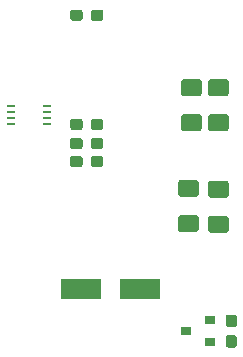
<source format=gtp>
G04 #@! TF.GenerationSoftware,KiCad,Pcbnew,5.1.5+dfsg1-2build2*
G04 #@! TF.CreationDate,2022-07-11T00:56:17+09:00*
G04 #@! TF.ProjectId,m5-pantilt,6d352d70-616e-4746-996c-742e6b696361,1*
G04 #@! TF.SameCoordinates,PX5f5e100PY5f5e100*
G04 #@! TF.FileFunction,Paste,Top*
G04 #@! TF.FilePolarity,Positive*
%FSLAX46Y46*%
G04 Gerber Fmt 4.6, Leading zero omitted, Abs format (unit mm)*
G04 Created by KiCad (PCBNEW 5.1.5+dfsg1-2build2) date 2022-07-11 00:56:17*
%MOMM*%
%LPD*%
G04 APERTURE LIST*
%ADD10R,0.800100X0.254000*%
%ADD11C,0.152000*%
%ADD12R,3.500000X1.800000*%
%ADD13R,0.900000X0.800000*%
G04 APERTURE END LIST*
D10*
X20059750Y24021801D03*
X20059750Y23521800D03*
X20059750Y23021800D03*
X20059750Y22521799D03*
X16948250Y22521799D03*
X16948250Y23021800D03*
X16948250Y23521800D03*
X16948250Y24021801D03*
D11*
G36*
X24591779Y32223856D02*
G01*
X24614834Y32220437D01*
X24637443Y32214773D01*
X24659387Y32206921D01*
X24680457Y32196956D01*
X24700448Y32184974D01*
X24719168Y32171090D01*
X24736438Y32155438D01*
X24752090Y32138168D01*
X24765974Y32119448D01*
X24777956Y32099457D01*
X24787921Y32078387D01*
X24795773Y32056443D01*
X24801437Y32033834D01*
X24804856Y32010779D01*
X24806000Y31987500D01*
X24806000Y31512500D01*
X24804856Y31489221D01*
X24801437Y31466166D01*
X24795773Y31443557D01*
X24787921Y31421613D01*
X24777956Y31400543D01*
X24765974Y31380552D01*
X24752090Y31361832D01*
X24736438Y31344562D01*
X24719168Y31328910D01*
X24700448Y31315026D01*
X24680457Y31303044D01*
X24659387Y31293079D01*
X24637443Y31285227D01*
X24614834Y31279563D01*
X24591779Y31276144D01*
X24568500Y31275000D01*
X23993500Y31275000D01*
X23970221Y31276144D01*
X23947166Y31279563D01*
X23924557Y31285227D01*
X23902613Y31293079D01*
X23881543Y31303044D01*
X23861552Y31315026D01*
X23842832Y31328910D01*
X23825562Y31344562D01*
X23809910Y31361832D01*
X23796026Y31380552D01*
X23784044Y31400543D01*
X23774079Y31421613D01*
X23766227Y31443557D01*
X23760563Y31466166D01*
X23757144Y31489221D01*
X23756000Y31512500D01*
X23756000Y31987500D01*
X23757144Y32010779D01*
X23760563Y32033834D01*
X23766227Y32056443D01*
X23774079Y32078387D01*
X23784044Y32099457D01*
X23796026Y32119448D01*
X23809910Y32138168D01*
X23825562Y32155438D01*
X23842832Y32171090D01*
X23861552Y32184974D01*
X23881543Y32196956D01*
X23902613Y32206921D01*
X23924557Y32214773D01*
X23947166Y32220437D01*
X23970221Y32223856D01*
X23993500Y32225000D01*
X24568500Y32225000D01*
X24591779Y32223856D01*
G37*
G36*
X22841779Y32223856D02*
G01*
X22864834Y32220437D01*
X22887443Y32214773D01*
X22909387Y32206921D01*
X22930457Y32196956D01*
X22950448Y32184974D01*
X22969168Y32171090D01*
X22986438Y32155438D01*
X23002090Y32138168D01*
X23015974Y32119448D01*
X23027956Y32099457D01*
X23037921Y32078387D01*
X23045773Y32056443D01*
X23051437Y32033834D01*
X23054856Y32010779D01*
X23056000Y31987500D01*
X23056000Y31512500D01*
X23054856Y31489221D01*
X23051437Y31466166D01*
X23045773Y31443557D01*
X23037921Y31421613D01*
X23027956Y31400543D01*
X23015974Y31380552D01*
X23002090Y31361832D01*
X22986438Y31344562D01*
X22969168Y31328910D01*
X22950448Y31315026D01*
X22930457Y31303044D01*
X22909387Y31293079D01*
X22887443Y31285227D01*
X22864834Y31279563D01*
X22841779Y31276144D01*
X22818500Y31275000D01*
X22243500Y31275000D01*
X22220221Y31276144D01*
X22197166Y31279563D01*
X22174557Y31285227D01*
X22152613Y31293079D01*
X22131543Y31303044D01*
X22111552Y31315026D01*
X22092832Y31328910D01*
X22075562Y31344562D01*
X22059910Y31361832D01*
X22046026Y31380552D01*
X22034044Y31400543D01*
X22024079Y31421613D01*
X22016227Y31443557D01*
X22010563Y31466166D01*
X22007144Y31489221D01*
X22006000Y31512500D01*
X22006000Y31987500D01*
X22007144Y32010779D01*
X22010563Y32033834D01*
X22016227Y32056443D01*
X22024079Y32078387D01*
X22034044Y32099457D01*
X22046026Y32119448D01*
X22059910Y32138168D01*
X22075562Y32155438D01*
X22092832Y32171090D01*
X22111552Y32184974D01*
X22131543Y32196956D01*
X22152613Y32206921D01*
X22174557Y32214773D01*
X22197166Y32220437D01*
X22220221Y32223856D01*
X22243500Y32225000D01*
X22818500Y32225000D01*
X22841779Y32223856D01*
G37*
G36*
X24591779Y22978256D02*
G01*
X24614834Y22974837D01*
X24637443Y22969173D01*
X24659387Y22961321D01*
X24680457Y22951356D01*
X24700448Y22939374D01*
X24719168Y22925490D01*
X24736438Y22909838D01*
X24752090Y22892568D01*
X24765974Y22873848D01*
X24777956Y22853857D01*
X24787921Y22832787D01*
X24795773Y22810843D01*
X24801437Y22788234D01*
X24804856Y22765179D01*
X24806000Y22741900D01*
X24806000Y22266900D01*
X24804856Y22243621D01*
X24801437Y22220566D01*
X24795773Y22197957D01*
X24787921Y22176013D01*
X24777956Y22154943D01*
X24765974Y22134952D01*
X24752090Y22116232D01*
X24736438Y22098962D01*
X24719168Y22083310D01*
X24700448Y22069426D01*
X24680457Y22057444D01*
X24659387Y22047479D01*
X24637443Y22039627D01*
X24614834Y22033963D01*
X24591779Y22030544D01*
X24568500Y22029400D01*
X23993500Y22029400D01*
X23970221Y22030544D01*
X23947166Y22033963D01*
X23924557Y22039627D01*
X23902613Y22047479D01*
X23881543Y22057444D01*
X23861552Y22069426D01*
X23842832Y22083310D01*
X23825562Y22098962D01*
X23809910Y22116232D01*
X23796026Y22134952D01*
X23784044Y22154943D01*
X23774079Y22176013D01*
X23766227Y22197957D01*
X23760563Y22220566D01*
X23757144Y22243621D01*
X23756000Y22266900D01*
X23756000Y22741900D01*
X23757144Y22765179D01*
X23760563Y22788234D01*
X23766227Y22810843D01*
X23774079Y22832787D01*
X23784044Y22853857D01*
X23796026Y22873848D01*
X23809910Y22892568D01*
X23825562Y22909838D01*
X23842832Y22925490D01*
X23861552Y22939374D01*
X23881543Y22951356D01*
X23902613Y22961321D01*
X23924557Y22969173D01*
X23947166Y22974837D01*
X23970221Y22978256D01*
X23993500Y22979400D01*
X24568500Y22979400D01*
X24591779Y22978256D01*
G37*
G36*
X22841779Y22978256D02*
G01*
X22864834Y22974837D01*
X22887443Y22969173D01*
X22909387Y22961321D01*
X22930457Y22951356D01*
X22950448Y22939374D01*
X22969168Y22925490D01*
X22986438Y22909838D01*
X23002090Y22892568D01*
X23015974Y22873848D01*
X23027956Y22853857D01*
X23037921Y22832787D01*
X23045773Y22810843D01*
X23051437Y22788234D01*
X23054856Y22765179D01*
X23056000Y22741900D01*
X23056000Y22266900D01*
X23054856Y22243621D01*
X23051437Y22220566D01*
X23045773Y22197957D01*
X23037921Y22176013D01*
X23027956Y22154943D01*
X23015974Y22134952D01*
X23002090Y22116232D01*
X22986438Y22098962D01*
X22969168Y22083310D01*
X22950448Y22069426D01*
X22930457Y22057444D01*
X22909387Y22047479D01*
X22887443Y22039627D01*
X22864834Y22033963D01*
X22841779Y22030544D01*
X22818500Y22029400D01*
X22243500Y22029400D01*
X22220221Y22030544D01*
X22197166Y22033963D01*
X22174557Y22039627D01*
X22152613Y22047479D01*
X22131543Y22057444D01*
X22111552Y22069426D01*
X22092832Y22083310D01*
X22075562Y22098962D01*
X22059910Y22116232D01*
X22046026Y22134952D01*
X22034044Y22154943D01*
X22024079Y22176013D01*
X22016227Y22197957D01*
X22010563Y22220566D01*
X22007144Y22243621D01*
X22006000Y22266900D01*
X22006000Y22741900D01*
X22007144Y22765179D01*
X22010563Y22788234D01*
X22016227Y22810843D01*
X22024079Y22832787D01*
X22034044Y22853857D01*
X22046026Y22873848D01*
X22059910Y22892568D01*
X22075562Y22909838D01*
X22092832Y22925490D01*
X22111552Y22939374D01*
X22131543Y22951356D01*
X22152613Y22961321D01*
X22174557Y22969173D01*
X22197166Y22974837D01*
X22220221Y22978256D01*
X22243500Y22979400D01*
X22818500Y22979400D01*
X22841779Y22978256D01*
G37*
G36*
X24579179Y21352656D02*
G01*
X24602234Y21349237D01*
X24624843Y21343573D01*
X24646787Y21335721D01*
X24667857Y21325756D01*
X24687848Y21313774D01*
X24706568Y21299890D01*
X24723838Y21284238D01*
X24739490Y21266968D01*
X24753374Y21248248D01*
X24765356Y21228257D01*
X24775321Y21207187D01*
X24783173Y21185243D01*
X24788837Y21162634D01*
X24792256Y21139579D01*
X24793400Y21116300D01*
X24793400Y20641300D01*
X24792256Y20618021D01*
X24788837Y20594966D01*
X24783173Y20572357D01*
X24775321Y20550413D01*
X24765356Y20529343D01*
X24753374Y20509352D01*
X24739490Y20490632D01*
X24723838Y20473362D01*
X24706568Y20457710D01*
X24687848Y20443826D01*
X24667857Y20431844D01*
X24646787Y20421879D01*
X24624843Y20414027D01*
X24602234Y20408363D01*
X24579179Y20404944D01*
X24555900Y20403800D01*
X23980900Y20403800D01*
X23957621Y20404944D01*
X23934566Y20408363D01*
X23911957Y20414027D01*
X23890013Y20421879D01*
X23868943Y20431844D01*
X23848952Y20443826D01*
X23830232Y20457710D01*
X23812962Y20473362D01*
X23797310Y20490632D01*
X23783426Y20509352D01*
X23771444Y20529343D01*
X23761479Y20550413D01*
X23753627Y20572357D01*
X23747963Y20594966D01*
X23744544Y20618021D01*
X23743400Y20641300D01*
X23743400Y21116300D01*
X23744544Y21139579D01*
X23747963Y21162634D01*
X23753627Y21185243D01*
X23761479Y21207187D01*
X23771444Y21228257D01*
X23783426Y21248248D01*
X23797310Y21266968D01*
X23812962Y21284238D01*
X23830232Y21299890D01*
X23848952Y21313774D01*
X23868943Y21325756D01*
X23890013Y21335721D01*
X23911957Y21343573D01*
X23934566Y21349237D01*
X23957621Y21352656D01*
X23980900Y21353800D01*
X24555900Y21353800D01*
X24579179Y21352656D01*
G37*
G36*
X22829179Y21352656D02*
G01*
X22852234Y21349237D01*
X22874843Y21343573D01*
X22896787Y21335721D01*
X22917857Y21325756D01*
X22937848Y21313774D01*
X22956568Y21299890D01*
X22973838Y21284238D01*
X22989490Y21266968D01*
X23003374Y21248248D01*
X23015356Y21228257D01*
X23025321Y21207187D01*
X23033173Y21185243D01*
X23038837Y21162634D01*
X23042256Y21139579D01*
X23043400Y21116300D01*
X23043400Y20641300D01*
X23042256Y20618021D01*
X23038837Y20594966D01*
X23033173Y20572357D01*
X23025321Y20550413D01*
X23015356Y20529343D01*
X23003374Y20509352D01*
X22989490Y20490632D01*
X22973838Y20473362D01*
X22956568Y20457710D01*
X22937848Y20443826D01*
X22917857Y20431844D01*
X22896787Y20421879D01*
X22874843Y20414027D01*
X22852234Y20408363D01*
X22829179Y20404944D01*
X22805900Y20403800D01*
X22230900Y20403800D01*
X22207621Y20404944D01*
X22184566Y20408363D01*
X22161957Y20414027D01*
X22140013Y20421879D01*
X22118943Y20431844D01*
X22098952Y20443826D01*
X22080232Y20457710D01*
X22062962Y20473362D01*
X22047310Y20490632D01*
X22033426Y20509352D01*
X22021444Y20529343D01*
X22011479Y20550413D01*
X22003627Y20572357D01*
X21997963Y20594966D01*
X21994544Y20618021D01*
X21993400Y20641300D01*
X21993400Y21116300D01*
X21994544Y21139579D01*
X21997963Y21162634D01*
X22003627Y21185243D01*
X22011479Y21207187D01*
X22021444Y21228257D01*
X22033426Y21248248D01*
X22047310Y21266968D01*
X22062962Y21284238D01*
X22080232Y21299890D01*
X22098952Y21313774D01*
X22118943Y21325756D01*
X22140013Y21335721D01*
X22161957Y21343573D01*
X22184566Y21349237D01*
X22207621Y21352656D01*
X22230900Y21353800D01*
X22805900Y21353800D01*
X22829179Y21352656D01*
G37*
G36*
X22829179Y19828656D02*
G01*
X22852234Y19825237D01*
X22874843Y19819573D01*
X22896787Y19811721D01*
X22917857Y19801756D01*
X22937848Y19789774D01*
X22956568Y19775890D01*
X22973838Y19760238D01*
X22989490Y19742968D01*
X23003374Y19724248D01*
X23015356Y19704257D01*
X23025321Y19683187D01*
X23033173Y19661243D01*
X23038837Y19638634D01*
X23042256Y19615579D01*
X23043400Y19592300D01*
X23043400Y19117300D01*
X23042256Y19094021D01*
X23038837Y19070966D01*
X23033173Y19048357D01*
X23025321Y19026413D01*
X23015356Y19005343D01*
X23003374Y18985352D01*
X22989490Y18966632D01*
X22973838Y18949362D01*
X22956568Y18933710D01*
X22937848Y18919826D01*
X22917857Y18907844D01*
X22896787Y18897879D01*
X22874843Y18890027D01*
X22852234Y18884363D01*
X22829179Y18880944D01*
X22805900Y18879800D01*
X22230900Y18879800D01*
X22207621Y18880944D01*
X22184566Y18884363D01*
X22161957Y18890027D01*
X22140013Y18897879D01*
X22118943Y18907844D01*
X22098952Y18919826D01*
X22080232Y18933710D01*
X22062962Y18949362D01*
X22047310Y18966632D01*
X22033426Y18985352D01*
X22021444Y19005343D01*
X22011479Y19026413D01*
X22003627Y19048357D01*
X21997963Y19070966D01*
X21994544Y19094021D01*
X21993400Y19117300D01*
X21993400Y19592300D01*
X21994544Y19615579D01*
X21997963Y19638634D01*
X22003627Y19661243D01*
X22011479Y19683187D01*
X22021444Y19704257D01*
X22033426Y19724248D01*
X22047310Y19742968D01*
X22062962Y19760238D01*
X22080232Y19775890D01*
X22098952Y19789774D01*
X22118943Y19801756D01*
X22140013Y19811721D01*
X22161957Y19819573D01*
X22184566Y19825237D01*
X22207621Y19828656D01*
X22230900Y19829800D01*
X22805900Y19829800D01*
X22829179Y19828656D01*
G37*
G36*
X24579179Y19828656D02*
G01*
X24602234Y19825237D01*
X24624843Y19819573D01*
X24646787Y19811721D01*
X24667857Y19801756D01*
X24687848Y19789774D01*
X24706568Y19775890D01*
X24723838Y19760238D01*
X24739490Y19742968D01*
X24753374Y19724248D01*
X24765356Y19704257D01*
X24775321Y19683187D01*
X24783173Y19661243D01*
X24788837Y19638634D01*
X24792256Y19615579D01*
X24793400Y19592300D01*
X24793400Y19117300D01*
X24792256Y19094021D01*
X24788837Y19070966D01*
X24783173Y19048357D01*
X24775321Y19026413D01*
X24765356Y19005343D01*
X24753374Y18985352D01*
X24739490Y18966632D01*
X24723838Y18949362D01*
X24706568Y18933710D01*
X24687848Y18919826D01*
X24667857Y18907844D01*
X24646787Y18897879D01*
X24624843Y18890027D01*
X24602234Y18884363D01*
X24579179Y18880944D01*
X24555900Y18879800D01*
X23980900Y18879800D01*
X23957621Y18880944D01*
X23934566Y18884363D01*
X23911957Y18890027D01*
X23890013Y18897879D01*
X23868943Y18907844D01*
X23848952Y18919826D01*
X23830232Y18933710D01*
X23812962Y18949362D01*
X23797310Y18966632D01*
X23783426Y18985352D01*
X23771444Y19005343D01*
X23761479Y19026413D01*
X23753627Y19048357D01*
X23747963Y19070966D01*
X23744544Y19094021D01*
X23743400Y19117300D01*
X23743400Y19592300D01*
X23744544Y19615579D01*
X23747963Y19638634D01*
X23753627Y19661243D01*
X23761479Y19683187D01*
X23771444Y19704257D01*
X23783426Y19724248D01*
X23797310Y19742968D01*
X23812962Y19760238D01*
X23830232Y19775890D01*
X23848952Y19789774D01*
X23868943Y19801756D01*
X23890013Y19811721D01*
X23911957Y19819573D01*
X23934566Y19825237D01*
X23957621Y19828656D01*
X23980900Y19829800D01*
X24555900Y19829800D01*
X24579179Y19828656D01*
G37*
D12*
X22900000Y8600000D03*
X27900000Y8600000D03*
D11*
G36*
X35193504Y14754296D02*
G01*
X35217773Y14750696D01*
X35241571Y14744735D01*
X35264671Y14736470D01*
X35286849Y14725980D01*
X35307893Y14713367D01*
X35327598Y14698753D01*
X35345777Y14682277D01*
X35362253Y14664098D01*
X35376867Y14644393D01*
X35389480Y14623349D01*
X35399970Y14601171D01*
X35408235Y14578071D01*
X35414196Y14554273D01*
X35417796Y14530004D01*
X35419000Y14505500D01*
X35419000Y13580500D01*
X35417796Y13555996D01*
X35414196Y13531727D01*
X35408235Y13507929D01*
X35399970Y13484829D01*
X35389480Y13462651D01*
X35376867Y13441607D01*
X35362253Y13421902D01*
X35345777Y13403723D01*
X35327598Y13387247D01*
X35307893Y13372633D01*
X35286849Y13360020D01*
X35264671Y13349530D01*
X35241571Y13341265D01*
X35217773Y13335304D01*
X35193504Y13331704D01*
X35169000Y13330500D01*
X33919000Y13330500D01*
X33894496Y13331704D01*
X33870227Y13335304D01*
X33846429Y13341265D01*
X33823329Y13349530D01*
X33801151Y13360020D01*
X33780107Y13372633D01*
X33760402Y13387247D01*
X33742223Y13403723D01*
X33725747Y13421902D01*
X33711133Y13441607D01*
X33698520Y13462651D01*
X33688030Y13484829D01*
X33679765Y13507929D01*
X33673804Y13531727D01*
X33670204Y13555996D01*
X33669000Y13580500D01*
X33669000Y14505500D01*
X33670204Y14530004D01*
X33673804Y14554273D01*
X33679765Y14578071D01*
X33688030Y14601171D01*
X33698520Y14623349D01*
X33711133Y14644393D01*
X33725747Y14664098D01*
X33742223Y14682277D01*
X33760402Y14698753D01*
X33780107Y14713367D01*
X33801151Y14725980D01*
X33823329Y14736470D01*
X33846429Y14744735D01*
X33870227Y14750696D01*
X33894496Y14754296D01*
X33919000Y14755500D01*
X35169000Y14755500D01*
X35193504Y14754296D01*
G37*
G36*
X35193504Y17729296D02*
G01*
X35217773Y17725696D01*
X35241571Y17719735D01*
X35264671Y17711470D01*
X35286849Y17700980D01*
X35307893Y17688367D01*
X35327598Y17673753D01*
X35345777Y17657277D01*
X35362253Y17639098D01*
X35376867Y17619393D01*
X35389480Y17598349D01*
X35399970Y17576171D01*
X35408235Y17553071D01*
X35414196Y17529273D01*
X35417796Y17505004D01*
X35419000Y17480500D01*
X35419000Y16555500D01*
X35417796Y16530996D01*
X35414196Y16506727D01*
X35408235Y16482929D01*
X35399970Y16459829D01*
X35389480Y16437651D01*
X35376867Y16416607D01*
X35362253Y16396902D01*
X35345777Y16378723D01*
X35327598Y16362247D01*
X35307893Y16347633D01*
X35286849Y16335020D01*
X35264671Y16324530D01*
X35241571Y16316265D01*
X35217773Y16310304D01*
X35193504Y16306704D01*
X35169000Y16305500D01*
X33919000Y16305500D01*
X33894496Y16306704D01*
X33870227Y16310304D01*
X33846429Y16316265D01*
X33823329Y16324530D01*
X33801151Y16335020D01*
X33780107Y16347633D01*
X33760402Y16362247D01*
X33742223Y16378723D01*
X33725747Y16396902D01*
X33711133Y16416607D01*
X33698520Y16437651D01*
X33688030Y16459829D01*
X33679765Y16482929D01*
X33673804Y16506727D01*
X33670204Y16530996D01*
X33669000Y16555500D01*
X33669000Y17480500D01*
X33670204Y17505004D01*
X33673804Y17529273D01*
X33679765Y17553071D01*
X33688030Y17576171D01*
X33698520Y17598349D01*
X33711133Y17619393D01*
X33725747Y17639098D01*
X33742223Y17657277D01*
X33760402Y17673753D01*
X33780107Y17688367D01*
X33801151Y17700980D01*
X33823329Y17711470D01*
X33846429Y17719735D01*
X33870227Y17725696D01*
X33894496Y17729296D01*
X33919000Y17730500D01*
X35169000Y17730500D01*
X35193504Y17729296D01*
G37*
G36*
X35193504Y26328796D02*
G01*
X35217773Y26325196D01*
X35241571Y26319235D01*
X35264671Y26310970D01*
X35286849Y26300480D01*
X35307893Y26287867D01*
X35327598Y26273253D01*
X35345777Y26256777D01*
X35362253Y26238598D01*
X35376867Y26218893D01*
X35389480Y26197849D01*
X35399970Y26175671D01*
X35408235Y26152571D01*
X35414196Y26128773D01*
X35417796Y26104504D01*
X35419000Y26080000D01*
X35419000Y25155000D01*
X35417796Y25130496D01*
X35414196Y25106227D01*
X35408235Y25082429D01*
X35399970Y25059329D01*
X35389480Y25037151D01*
X35376867Y25016107D01*
X35362253Y24996402D01*
X35345777Y24978223D01*
X35327598Y24961747D01*
X35307893Y24947133D01*
X35286849Y24934520D01*
X35264671Y24924030D01*
X35241571Y24915765D01*
X35217773Y24909804D01*
X35193504Y24906204D01*
X35169000Y24905000D01*
X33919000Y24905000D01*
X33894496Y24906204D01*
X33870227Y24909804D01*
X33846429Y24915765D01*
X33823329Y24924030D01*
X33801151Y24934520D01*
X33780107Y24947133D01*
X33760402Y24961747D01*
X33742223Y24978223D01*
X33725747Y24996402D01*
X33711133Y25016107D01*
X33698520Y25037151D01*
X33688030Y25059329D01*
X33679765Y25082429D01*
X33673804Y25106227D01*
X33670204Y25130496D01*
X33669000Y25155000D01*
X33669000Y26080000D01*
X33670204Y26104504D01*
X33673804Y26128773D01*
X33679765Y26152571D01*
X33688030Y26175671D01*
X33698520Y26197849D01*
X33711133Y26218893D01*
X33725747Y26238598D01*
X33742223Y26256777D01*
X33760402Y26273253D01*
X33780107Y26287867D01*
X33801151Y26300480D01*
X33823329Y26310970D01*
X33846429Y26319235D01*
X33870227Y26325196D01*
X33894496Y26328796D01*
X33919000Y26330000D01*
X35169000Y26330000D01*
X35193504Y26328796D01*
G37*
G36*
X35193504Y23353796D02*
G01*
X35217773Y23350196D01*
X35241571Y23344235D01*
X35264671Y23335970D01*
X35286849Y23325480D01*
X35307893Y23312867D01*
X35327598Y23298253D01*
X35345777Y23281777D01*
X35362253Y23263598D01*
X35376867Y23243893D01*
X35389480Y23222849D01*
X35399970Y23200671D01*
X35408235Y23177571D01*
X35414196Y23153773D01*
X35417796Y23129504D01*
X35419000Y23105000D01*
X35419000Y22180000D01*
X35417796Y22155496D01*
X35414196Y22131227D01*
X35408235Y22107429D01*
X35399970Y22084329D01*
X35389480Y22062151D01*
X35376867Y22041107D01*
X35362253Y22021402D01*
X35345777Y22003223D01*
X35327598Y21986747D01*
X35307893Y21972133D01*
X35286849Y21959520D01*
X35264671Y21949030D01*
X35241571Y21940765D01*
X35217773Y21934804D01*
X35193504Y21931204D01*
X35169000Y21930000D01*
X33919000Y21930000D01*
X33894496Y21931204D01*
X33870227Y21934804D01*
X33846429Y21940765D01*
X33823329Y21949030D01*
X33801151Y21959520D01*
X33780107Y21972133D01*
X33760402Y21986747D01*
X33742223Y22003223D01*
X33725747Y22021402D01*
X33711133Y22041107D01*
X33698520Y22062151D01*
X33688030Y22084329D01*
X33679765Y22107429D01*
X33673804Y22131227D01*
X33670204Y22155496D01*
X33669000Y22180000D01*
X33669000Y23105000D01*
X33670204Y23129504D01*
X33673804Y23153773D01*
X33679765Y23177571D01*
X33688030Y23200671D01*
X33698520Y23222849D01*
X33711133Y23243893D01*
X33725747Y23263598D01*
X33742223Y23281777D01*
X33760402Y23298253D01*
X33780107Y23312867D01*
X33801151Y23325480D01*
X33823329Y23335970D01*
X33846429Y23344235D01*
X33870227Y23350196D01*
X33894496Y23353796D01*
X33919000Y23355000D01*
X35169000Y23355000D01*
X35193504Y23353796D01*
G37*
G36*
X32907504Y26328796D02*
G01*
X32931773Y26325196D01*
X32955571Y26319235D01*
X32978671Y26310970D01*
X33000849Y26300480D01*
X33021893Y26287867D01*
X33041598Y26273253D01*
X33059777Y26256777D01*
X33076253Y26238598D01*
X33090867Y26218893D01*
X33103480Y26197849D01*
X33113970Y26175671D01*
X33122235Y26152571D01*
X33128196Y26128773D01*
X33131796Y26104504D01*
X33133000Y26080000D01*
X33133000Y25155000D01*
X33131796Y25130496D01*
X33128196Y25106227D01*
X33122235Y25082429D01*
X33113970Y25059329D01*
X33103480Y25037151D01*
X33090867Y25016107D01*
X33076253Y24996402D01*
X33059777Y24978223D01*
X33041598Y24961747D01*
X33021893Y24947133D01*
X33000849Y24934520D01*
X32978671Y24924030D01*
X32955571Y24915765D01*
X32931773Y24909804D01*
X32907504Y24906204D01*
X32883000Y24905000D01*
X31633000Y24905000D01*
X31608496Y24906204D01*
X31584227Y24909804D01*
X31560429Y24915765D01*
X31537329Y24924030D01*
X31515151Y24934520D01*
X31494107Y24947133D01*
X31474402Y24961747D01*
X31456223Y24978223D01*
X31439747Y24996402D01*
X31425133Y25016107D01*
X31412520Y25037151D01*
X31402030Y25059329D01*
X31393765Y25082429D01*
X31387804Y25106227D01*
X31384204Y25130496D01*
X31383000Y25155000D01*
X31383000Y26080000D01*
X31384204Y26104504D01*
X31387804Y26128773D01*
X31393765Y26152571D01*
X31402030Y26175671D01*
X31412520Y26197849D01*
X31425133Y26218893D01*
X31439747Y26238598D01*
X31456223Y26256777D01*
X31474402Y26273253D01*
X31494107Y26287867D01*
X31515151Y26300480D01*
X31537329Y26310970D01*
X31560429Y26319235D01*
X31584227Y26325196D01*
X31608496Y26328796D01*
X31633000Y26330000D01*
X32883000Y26330000D01*
X32907504Y26328796D01*
G37*
G36*
X32907504Y23353796D02*
G01*
X32931773Y23350196D01*
X32955571Y23344235D01*
X32978671Y23335970D01*
X33000849Y23325480D01*
X33021893Y23312867D01*
X33041598Y23298253D01*
X33059777Y23281777D01*
X33076253Y23263598D01*
X33090867Y23243893D01*
X33103480Y23222849D01*
X33113970Y23200671D01*
X33122235Y23177571D01*
X33128196Y23153773D01*
X33131796Y23129504D01*
X33133000Y23105000D01*
X33133000Y22180000D01*
X33131796Y22155496D01*
X33128196Y22131227D01*
X33122235Y22107429D01*
X33113970Y22084329D01*
X33103480Y22062151D01*
X33090867Y22041107D01*
X33076253Y22021402D01*
X33059777Y22003223D01*
X33041598Y21986747D01*
X33021893Y21972133D01*
X33000849Y21959520D01*
X32978671Y21949030D01*
X32955571Y21940765D01*
X32931773Y21934804D01*
X32907504Y21931204D01*
X32883000Y21930000D01*
X31633000Y21930000D01*
X31608496Y21931204D01*
X31584227Y21934804D01*
X31560429Y21940765D01*
X31537329Y21949030D01*
X31515151Y21959520D01*
X31494107Y21972133D01*
X31474402Y21986747D01*
X31456223Y22003223D01*
X31439747Y22021402D01*
X31425133Y22041107D01*
X31412520Y22062151D01*
X31402030Y22084329D01*
X31393765Y22107429D01*
X31387804Y22131227D01*
X31384204Y22155496D01*
X31383000Y22180000D01*
X31383000Y23105000D01*
X31384204Y23129504D01*
X31387804Y23153773D01*
X31393765Y23177571D01*
X31402030Y23200671D01*
X31412520Y23222849D01*
X31425133Y23243893D01*
X31439747Y23263598D01*
X31456223Y23281777D01*
X31474402Y23298253D01*
X31494107Y23312867D01*
X31515151Y23325480D01*
X31537329Y23335970D01*
X31560429Y23344235D01*
X31584227Y23350196D01*
X31608496Y23353796D01*
X31633000Y23355000D01*
X32883000Y23355000D01*
X32907504Y23353796D01*
G37*
G36*
X32653504Y14819396D02*
G01*
X32677773Y14815796D01*
X32701571Y14809835D01*
X32724671Y14801570D01*
X32746849Y14791080D01*
X32767893Y14778467D01*
X32787598Y14763853D01*
X32805777Y14747377D01*
X32822253Y14729198D01*
X32836867Y14709493D01*
X32849480Y14688449D01*
X32859970Y14666271D01*
X32868235Y14643171D01*
X32874196Y14619373D01*
X32877796Y14595104D01*
X32879000Y14570600D01*
X32879000Y13645600D01*
X32877796Y13621096D01*
X32874196Y13596827D01*
X32868235Y13573029D01*
X32859970Y13549929D01*
X32849480Y13527751D01*
X32836867Y13506707D01*
X32822253Y13487002D01*
X32805777Y13468823D01*
X32787598Y13452347D01*
X32767893Y13437733D01*
X32746849Y13425120D01*
X32724671Y13414630D01*
X32701571Y13406365D01*
X32677773Y13400404D01*
X32653504Y13396804D01*
X32629000Y13395600D01*
X31379000Y13395600D01*
X31354496Y13396804D01*
X31330227Y13400404D01*
X31306429Y13406365D01*
X31283329Y13414630D01*
X31261151Y13425120D01*
X31240107Y13437733D01*
X31220402Y13452347D01*
X31202223Y13468823D01*
X31185747Y13487002D01*
X31171133Y13506707D01*
X31158520Y13527751D01*
X31148030Y13549929D01*
X31139765Y13573029D01*
X31133804Y13596827D01*
X31130204Y13621096D01*
X31129000Y13645600D01*
X31129000Y14570600D01*
X31130204Y14595104D01*
X31133804Y14619373D01*
X31139765Y14643171D01*
X31148030Y14666271D01*
X31158520Y14688449D01*
X31171133Y14709493D01*
X31185747Y14729198D01*
X31202223Y14747377D01*
X31220402Y14763853D01*
X31240107Y14778467D01*
X31261151Y14791080D01*
X31283329Y14801570D01*
X31306429Y14809835D01*
X31330227Y14815796D01*
X31354496Y14819396D01*
X31379000Y14820600D01*
X32629000Y14820600D01*
X32653504Y14819396D01*
G37*
G36*
X32653504Y17794396D02*
G01*
X32677773Y17790796D01*
X32701571Y17784835D01*
X32724671Y17776570D01*
X32746849Y17766080D01*
X32767893Y17753467D01*
X32787598Y17738853D01*
X32805777Y17722377D01*
X32822253Y17704198D01*
X32836867Y17684493D01*
X32849480Y17663449D01*
X32859970Y17641271D01*
X32868235Y17618171D01*
X32874196Y17594373D01*
X32877796Y17570104D01*
X32879000Y17545600D01*
X32879000Y16620600D01*
X32877796Y16596096D01*
X32874196Y16571827D01*
X32868235Y16548029D01*
X32859970Y16524929D01*
X32849480Y16502751D01*
X32836867Y16481707D01*
X32822253Y16462002D01*
X32805777Y16443823D01*
X32787598Y16427347D01*
X32767893Y16412733D01*
X32746849Y16400120D01*
X32724671Y16389630D01*
X32701571Y16381365D01*
X32677773Y16375404D01*
X32653504Y16371804D01*
X32629000Y16370600D01*
X31379000Y16370600D01*
X31354496Y16371804D01*
X31330227Y16375404D01*
X31306429Y16381365D01*
X31283329Y16389630D01*
X31261151Y16400120D01*
X31240107Y16412733D01*
X31220402Y16427347D01*
X31202223Y16443823D01*
X31185747Y16462002D01*
X31171133Y16481707D01*
X31158520Y16502751D01*
X31148030Y16524929D01*
X31139765Y16548029D01*
X31133804Y16571827D01*
X31130204Y16596096D01*
X31129000Y16620600D01*
X31129000Y17545600D01*
X31130204Y17570104D01*
X31133804Y17594373D01*
X31139765Y17618171D01*
X31148030Y17641271D01*
X31158520Y17663449D01*
X31171133Y17684493D01*
X31185747Y17704198D01*
X31202223Y17722377D01*
X31220402Y17738853D01*
X31240107Y17753467D01*
X31261151Y17766080D01*
X31283329Y17776570D01*
X31306429Y17784835D01*
X31330227Y17790796D01*
X31354496Y17794396D01*
X31379000Y17795600D01*
X32629000Y17795600D01*
X32653504Y17794396D01*
G37*
D13*
X33800000Y4050000D03*
X33800000Y5950000D03*
X31800000Y5000000D03*
D11*
G36*
X35896979Y4652656D02*
G01*
X35920034Y4649237D01*
X35942643Y4643573D01*
X35964587Y4635721D01*
X35985657Y4625756D01*
X36005648Y4613774D01*
X36024368Y4599890D01*
X36041638Y4584238D01*
X36057290Y4566968D01*
X36071174Y4548248D01*
X36083156Y4528257D01*
X36093121Y4507187D01*
X36100973Y4485243D01*
X36106637Y4462634D01*
X36110056Y4439579D01*
X36111200Y4416300D01*
X36111200Y3841300D01*
X36110056Y3818021D01*
X36106637Y3794966D01*
X36100973Y3772357D01*
X36093121Y3750413D01*
X36083156Y3729343D01*
X36071174Y3709352D01*
X36057290Y3690632D01*
X36041638Y3673362D01*
X36024368Y3657710D01*
X36005648Y3643826D01*
X35985657Y3631844D01*
X35964587Y3621879D01*
X35942643Y3614027D01*
X35920034Y3608363D01*
X35896979Y3604944D01*
X35873700Y3603800D01*
X35398700Y3603800D01*
X35375421Y3604944D01*
X35352366Y3608363D01*
X35329757Y3614027D01*
X35307813Y3621879D01*
X35286743Y3631844D01*
X35266752Y3643826D01*
X35248032Y3657710D01*
X35230762Y3673362D01*
X35215110Y3690632D01*
X35201226Y3709352D01*
X35189244Y3729343D01*
X35179279Y3750413D01*
X35171427Y3772357D01*
X35165763Y3794966D01*
X35162344Y3818021D01*
X35161200Y3841300D01*
X35161200Y4416300D01*
X35162344Y4439579D01*
X35165763Y4462634D01*
X35171427Y4485243D01*
X35179279Y4507187D01*
X35189244Y4528257D01*
X35201226Y4548248D01*
X35215110Y4566968D01*
X35230762Y4584238D01*
X35248032Y4599890D01*
X35266752Y4613774D01*
X35286743Y4625756D01*
X35307813Y4635721D01*
X35329757Y4643573D01*
X35352366Y4649237D01*
X35375421Y4652656D01*
X35398700Y4653800D01*
X35873700Y4653800D01*
X35896979Y4652656D01*
G37*
G36*
X35896979Y6402656D02*
G01*
X35920034Y6399237D01*
X35942643Y6393573D01*
X35964587Y6385721D01*
X35985657Y6375756D01*
X36005648Y6363774D01*
X36024368Y6349890D01*
X36041638Y6334238D01*
X36057290Y6316968D01*
X36071174Y6298248D01*
X36083156Y6278257D01*
X36093121Y6257187D01*
X36100973Y6235243D01*
X36106637Y6212634D01*
X36110056Y6189579D01*
X36111200Y6166300D01*
X36111200Y5591300D01*
X36110056Y5568021D01*
X36106637Y5544966D01*
X36100973Y5522357D01*
X36093121Y5500413D01*
X36083156Y5479343D01*
X36071174Y5459352D01*
X36057290Y5440632D01*
X36041638Y5423362D01*
X36024368Y5407710D01*
X36005648Y5393826D01*
X35985657Y5381844D01*
X35964587Y5371879D01*
X35942643Y5364027D01*
X35920034Y5358363D01*
X35896979Y5354944D01*
X35873700Y5353800D01*
X35398700Y5353800D01*
X35375421Y5354944D01*
X35352366Y5358363D01*
X35329757Y5364027D01*
X35307813Y5371879D01*
X35286743Y5381844D01*
X35266752Y5393826D01*
X35248032Y5407710D01*
X35230762Y5423362D01*
X35215110Y5440632D01*
X35201226Y5459352D01*
X35189244Y5479343D01*
X35179279Y5500413D01*
X35171427Y5522357D01*
X35165763Y5544966D01*
X35162344Y5568021D01*
X35161200Y5591300D01*
X35161200Y6166300D01*
X35162344Y6189579D01*
X35165763Y6212634D01*
X35171427Y6235243D01*
X35179279Y6257187D01*
X35189244Y6278257D01*
X35201226Y6298248D01*
X35215110Y6316968D01*
X35230762Y6334238D01*
X35248032Y6349890D01*
X35266752Y6363774D01*
X35286743Y6375756D01*
X35307813Y6385721D01*
X35329757Y6393573D01*
X35352366Y6399237D01*
X35375421Y6402656D01*
X35398700Y6403800D01*
X35873700Y6403800D01*
X35896979Y6402656D01*
G37*
M02*

</source>
